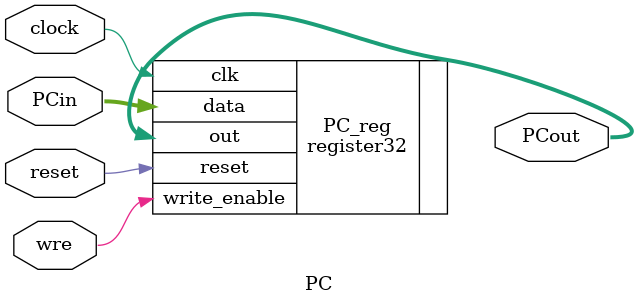
<source format=v>
module PC(
    output [31:0] PCout,
    input [31:0] PCin,
    input clock, reset, wre
);

    register32 PC_reg(.out(PCout), .data(PCin), .clk(clock), .write_enable(wre), .reset(reset));
endmodule
</source>
